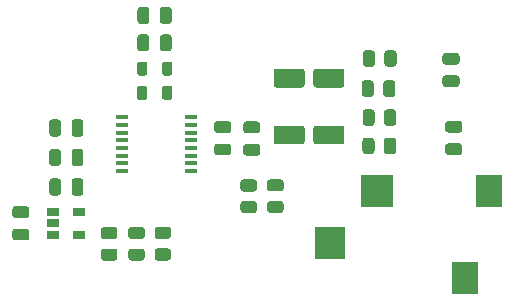
<source format=gbr>
%TF.GenerationSoftware,KiCad,Pcbnew,(5.1.10)-1*%
%TF.CreationDate,2021-10-14T20:44:39-03:00*%
%TF.ProjectId,I2S_DAC,4932535f-4441-4432-9e6b-696361645f70,rev?*%
%TF.SameCoordinates,Original*%
%TF.FileFunction,Paste,Top*%
%TF.FilePolarity,Positive*%
%FSLAX46Y46*%
G04 Gerber Fmt 4.6, Leading zero omitted, Abs format (unit mm)*
G04 Created by KiCad (PCBNEW (5.1.10)-1) date 2021-10-14 20:44:39*
%MOMM*%
%LPD*%
G01*
G04 APERTURE LIST*
%ADD10R,1.060000X0.650000*%
%ADD11R,1.000000X0.400000*%
%ADD12R,2.200000X2.800000*%
%ADD13R,2.600000X2.800000*%
%ADD14R,2.800000X2.800000*%
G04 APERTURE END LIST*
%TO.C,C1*%
G36*
G01*
X51325000Y-113400000D02*
X52275000Y-113400000D01*
G75*
G02*
X52525000Y-113650000I0J-250000D01*
G01*
X52525000Y-114150000D01*
G75*
G02*
X52275000Y-114400000I-250000J0D01*
G01*
X51325000Y-114400000D01*
G75*
G02*
X51075000Y-114150000I0J250000D01*
G01*
X51075000Y-113650000D01*
G75*
G02*
X51325000Y-113400000I250000J0D01*
G01*
G37*
G36*
G01*
X51325000Y-111500000D02*
X52275000Y-111500000D01*
G75*
G02*
X52525000Y-111750000I0J-250000D01*
G01*
X52525000Y-112250000D01*
G75*
G02*
X52275000Y-112500000I-250000J0D01*
G01*
X51325000Y-112500000D01*
G75*
G02*
X51075000Y-112250000I0J250000D01*
G01*
X51075000Y-111750000D01*
G75*
G02*
X51325000Y-111500000I250000J0D01*
G01*
G37*
%TD*%
%TO.C,C2*%
G36*
G01*
X55200000Y-109400000D02*
X55200000Y-110350000D01*
G75*
G02*
X54950000Y-110600000I-250000J0D01*
G01*
X54450000Y-110600000D01*
G75*
G02*
X54200000Y-110350000I0J250000D01*
G01*
X54200000Y-109400000D01*
G75*
G02*
X54450000Y-109150000I250000J0D01*
G01*
X54950000Y-109150000D01*
G75*
G02*
X55200000Y-109400000I0J-250000D01*
G01*
G37*
G36*
G01*
X57100000Y-109400000D02*
X57100000Y-110350000D01*
G75*
G02*
X56850000Y-110600000I-250000J0D01*
G01*
X56350000Y-110600000D01*
G75*
G02*
X56100000Y-110350000I0J250000D01*
G01*
X56100000Y-109400000D01*
G75*
G02*
X56350000Y-109150000I250000J0D01*
G01*
X56850000Y-109150000D01*
G75*
G02*
X57100000Y-109400000I0J-250000D01*
G01*
G37*
%TD*%
%TO.C,C3*%
G36*
G01*
X54200000Y-107850000D02*
X54200000Y-106900000D01*
G75*
G02*
X54450000Y-106650000I250000J0D01*
G01*
X54950000Y-106650000D01*
G75*
G02*
X55200000Y-106900000I0J-250000D01*
G01*
X55200000Y-107850000D01*
G75*
G02*
X54950000Y-108100000I-250000J0D01*
G01*
X54450000Y-108100000D01*
G75*
G02*
X54200000Y-107850000I0J250000D01*
G01*
G37*
G36*
G01*
X56100000Y-107850000D02*
X56100000Y-106900000D01*
G75*
G02*
X56350000Y-106650000I250000J0D01*
G01*
X56850000Y-106650000D01*
G75*
G02*
X57100000Y-106900000I0J-250000D01*
G01*
X57100000Y-107850000D01*
G75*
G02*
X56850000Y-108100000I-250000J0D01*
G01*
X56350000Y-108100000D01*
G75*
G02*
X56100000Y-107850000I0J250000D01*
G01*
G37*
%TD*%
%TO.C,C4*%
G36*
G01*
X55200000Y-104400000D02*
X55200000Y-105350000D01*
G75*
G02*
X54950000Y-105600000I-250000J0D01*
G01*
X54450000Y-105600000D01*
G75*
G02*
X54200000Y-105350000I0J250000D01*
G01*
X54200000Y-104400000D01*
G75*
G02*
X54450000Y-104150000I250000J0D01*
G01*
X54950000Y-104150000D01*
G75*
G02*
X55200000Y-104400000I0J-250000D01*
G01*
G37*
G36*
G01*
X57100000Y-104400000D02*
X57100000Y-105350000D01*
G75*
G02*
X56850000Y-105600000I-250000J0D01*
G01*
X56350000Y-105600000D01*
G75*
G02*
X56100000Y-105350000I0J250000D01*
G01*
X56100000Y-104400000D01*
G75*
G02*
X56350000Y-104150000I250000J0D01*
G01*
X56850000Y-104150000D01*
G75*
G02*
X57100000Y-104400000I0J-250000D01*
G01*
G37*
%TD*%
%TO.C,C5*%
G36*
G01*
X64575000Y-94875000D02*
X64575000Y-95825000D01*
G75*
G02*
X64325000Y-96075000I-250000J0D01*
G01*
X63825000Y-96075000D01*
G75*
G02*
X63575000Y-95825000I0J250000D01*
G01*
X63575000Y-94875000D01*
G75*
G02*
X63825000Y-94625000I250000J0D01*
G01*
X64325000Y-94625000D01*
G75*
G02*
X64575000Y-94875000I0J-250000D01*
G01*
G37*
G36*
G01*
X62675000Y-94875000D02*
X62675000Y-95825000D01*
G75*
G02*
X62425000Y-96075000I-250000J0D01*
G01*
X61925000Y-96075000D01*
G75*
G02*
X61675000Y-95825000I0J250000D01*
G01*
X61675000Y-94875000D01*
G75*
G02*
X61925000Y-94625000I250000J0D01*
G01*
X62425000Y-94625000D01*
G75*
G02*
X62675000Y-94875000I0J-250000D01*
G01*
G37*
%TD*%
%TO.C,C6*%
G36*
G01*
X62675000Y-97200000D02*
X62675000Y-98150000D01*
G75*
G02*
X62425000Y-98400000I-250000J0D01*
G01*
X61925000Y-98400000D01*
G75*
G02*
X61675000Y-98150000I0J250000D01*
G01*
X61675000Y-97200000D01*
G75*
G02*
X61925000Y-96950000I250000J0D01*
G01*
X62425000Y-96950000D01*
G75*
G02*
X62675000Y-97200000I0J-250000D01*
G01*
G37*
G36*
G01*
X64575000Y-97200000D02*
X64575000Y-98150000D01*
G75*
G02*
X64325000Y-98400000I-250000J0D01*
G01*
X63825000Y-98400000D01*
G75*
G02*
X63575000Y-98150000I0J250000D01*
G01*
X63575000Y-97200000D01*
G75*
G02*
X63825000Y-96950000I250000J0D01*
G01*
X64325000Y-96950000D01*
G75*
G02*
X64575000Y-97200000I0J-250000D01*
G01*
G37*
%TD*%
%TO.C,C7*%
G36*
G01*
X88700000Y-101425000D02*
X87750000Y-101425000D01*
G75*
G02*
X87500000Y-101175000I0J250000D01*
G01*
X87500000Y-100675000D01*
G75*
G02*
X87750000Y-100425000I250000J0D01*
G01*
X88700000Y-100425000D01*
G75*
G02*
X88950000Y-100675000I0J-250000D01*
G01*
X88950000Y-101175000D01*
G75*
G02*
X88700000Y-101425000I-250000J0D01*
G01*
G37*
G36*
G01*
X88700000Y-99525000D02*
X87750000Y-99525000D01*
G75*
G02*
X87500000Y-99275000I0J250000D01*
G01*
X87500000Y-98775000D01*
G75*
G02*
X87750000Y-98525000I250000J0D01*
G01*
X88700000Y-98525000D01*
G75*
G02*
X88950000Y-98775000I0J-250000D01*
G01*
X88950000Y-99275000D01*
G75*
G02*
X88700000Y-99525000I-250000J0D01*
G01*
G37*
%TD*%
%TO.C,C8*%
G36*
G01*
X88925000Y-107175000D02*
X87975000Y-107175000D01*
G75*
G02*
X87725000Y-106925000I0J250000D01*
G01*
X87725000Y-106425000D01*
G75*
G02*
X87975000Y-106175000I250000J0D01*
G01*
X88925000Y-106175000D01*
G75*
G02*
X89175000Y-106425000I0J-250000D01*
G01*
X89175000Y-106925000D01*
G75*
G02*
X88925000Y-107175000I-250000J0D01*
G01*
G37*
G36*
G01*
X88925000Y-105275000D02*
X87975000Y-105275000D01*
G75*
G02*
X87725000Y-105025000I0J250000D01*
G01*
X87725000Y-104525000D01*
G75*
G02*
X87975000Y-104275000I250000J0D01*
G01*
X88925000Y-104275000D01*
G75*
G02*
X89175000Y-104525000I0J-250000D01*
G01*
X89175000Y-105025000D01*
G75*
G02*
X88925000Y-105275000I-250000J0D01*
G01*
G37*
%TD*%
%TO.C,C9*%
G36*
G01*
X69375000Y-105300000D02*
X68425000Y-105300000D01*
G75*
G02*
X68175000Y-105050000I0J250000D01*
G01*
X68175000Y-104550000D01*
G75*
G02*
X68425000Y-104300000I250000J0D01*
G01*
X69375000Y-104300000D01*
G75*
G02*
X69625000Y-104550000I0J-250000D01*
G01*
X69625000Y-105050000D01*
G75*
G02*
X69375000Y-105300000I-250000J0D01*
G01*
G37*
G36*
G01*
X69375000Y-107200000D02*
X68425000Y-107200000D01*
G75*
G02*
X68175000Y-106950000I0J250000D01*
G01*
X68175000Y-106450000D01*
G75*
G02*
X68425000Y-106200000I250000J0D01*
G01*
X69375000Y-106200000D01*
G75*
G02*
X69625000Y-106450000I0J-250000D01*
G01*
X69625000Y-106950000D01*
G75*
G02*
X69375000Y-107200000I-250000J0D01*
G01*
G37*
%TD*%
%TO.C,C10*%
G36*
G01*
X76550000Y-106025400D02*
X76550000Y-104924600D01*
G75*
G02*
X76799600Y-104675000I249600J0D01*
G01*
X78950400Y-104675000D01*
G75*
G02*
X79200000Y-104924600I0J-249600D01*
G01*
X79200000Y-106025400D01*
G75*
G02*
X78950400Y-106275000I-249600J0D01*
G01*
X76799600Y-106275000D01*
G75*
G02*
X76550000Y-106025400I0J249600D01*
G01*
G37*
G36*
G01*
X73200000Y-106025000D02*
X73200000Y-104925000D01*
G75*
G02*
X73450000Y-104675000I250000J0D01*
G01*
X75600000Y-104675000D01*
G75*
G02*
X75850000Y-104925000I0J-250000D01*
G01*
X75850000Y-106025000D01*
G75*
G02*
X75600000Y-106275000I-250000J0D01*
G01*
X73450000Y-106275000D01*
G75*
G02*
X73200000Y-106025000I0J250000D01*
G01*
G37*
%TD*%
%TO.C,C11*%
G36*
G01*
X73200000Y-101200000D02*
X73200000Y-100100000D01*
G75*
G02*
X73450000Y-99850000I250000J0D01*
G01*
X75600000Y-99850000D01*
G75*
G02*
X75850000Y-100100000I0J-250000D01*
G01*
X75850000Y-101200000D01*
G75*
G02*
X75600000Y-101450000I-250000J0D01*
G01*
X73450000Y-101450000D01*
G75*
G02*
X73200000Y-101200000I0J250000D01*
G01*
G37*
G36*
G01*
X76550000Y-101200000D02*
X76550000Y-100100000D01*
G75*
G02*
X76800000Y-99850000I250000J0D01*
G01*
X78950000Y-99850000D01*
G75*
G02*
X79200000Y-100100000I0J-250000D01*
G01*
X79200000Y-101200000D01*
G75*
G02*
X78950000Y-101450000I-250000J0D01*
G01*
X76800000Y-101450000D01*
G75*
G02*
X76550000Y-101200000I0J250000D01*
G01*
G37*
%TD*%
%TO.C,C12*%
G36*
G01*
X71825000Y-107225000D02*
X70875000Y-107225000D01*
G75*
G02*
X70625000Y-106975000I0J250000D01*
G01*
X70625000Y-106475000D01*
G75*
G02*
X70875000Y-106225000I250000J0D01*
G01*
X71825000Y-106225000D01*
G75*
G02*
X72075000Y-106475000I0J-250000D01*
G01*
X72075000Y-106975000D01*
G75*
G02*
X71825000Y-107225000I-250000J0D01*
G01*
G37*
G36*
G01*
X71825000Y-105325000D02*
X70875000Y-105325000D01*
G75*
G02*
X70625000Y-105075000I0J250000D01*
G01*
X70625000Y-104575000D01*
G75*
G02*
X70875000Y-104325000I250000J0D01*
G01*
X71825000Y-104325000D01*
G75*
G02*
X72075000Y-104575000I0J-250000D01*
G01*
X72075000Y-105075000D01*
G75*
G02*
X71825000Y-105325000I-250000J0D01*
G01*
G37*
%TD*%
%TO.C,FB1*%
G36*
G01*
X64637500Y-99468750D02*
X64637500Y-100231250D01*
G75*
G02*
X64418750Y-100450000I-218750J0D01*
G01*
X63981250Y-100450000D01*
G75*
G02*
X63762500Y-100231250I0J218750D01*
G01*
X63762500Y-99468750D01*
G75*
G02*
X63981250Y-99250000I218750J0D01*
G01*
X64418750Y-99250000D01*
G75*
G02*
X64637500Y-99468750I0J-218750D01*
G01*
G37*
G36*
G01*
X62512500Y-99468750D02*
X62512500Y-100231250D01*
G75*
G02*
X62293750Y-100450000I-218750J0D01*
G01*
X61856250Y-100450000D01*
G75*
G02*
X61637500Y-100231250I0J218750D01*
G01*
X61637500Y-99468750D01*
G75*
G02*
X61856250Y-99250000I218750J0D01*
G01*
X62293750Y-99250000D01*
G75*
G02*
X62512500Y-99468750I0J-218750D01*
G01*
G37*
%TD*%
%TO.C,FB2*%
G36*
G01*
X62500000Y-101518750D02*
X62500000Y-102281250D01*
G75*
G02*
X62281250Y-102500000I-218750J0D01*
G01*
X61843750Y-102500000D01*
G75*
G02*
X61625000Y-102281250I0J218750D01*
G01*
X61625000Y-101518750D01*
G75*
G02*
X61843750Y-101300000I218750J0D01*
G01*
X62281250Y-101300000D01*
G75*
G02*
X62500000Y-101518750I0J-218750D01*
G01*
G37*
G36*
G01*
X64625000Y-101518750D02*
X64625000Y-102281250D01*
G75*
G02*
X64406250Y-102500000I-218750J0D01*
G01*
X63968750Y-102500000D01*
G75*
G02*
X63750000Y-102281250I0J218750D01*
G01*
X63750000Y-101518750D01*
G75*
G02*
X63968750Y-101300000I218750J0D01*
G01*
X64406250Y-101300000D01*
G75*
G02*
X64625000Y-101518750I0J-218750D01*
G01*
G37*
%TD*%
%TO.C,R1*%
G36*
G01*
X70650100Y-111062500D02*
X71549900Y-111062500D01*
G75*
G02*
X71800000Y-111312600I0J-250100D01*
G01*
X71800000Y-111837400D01*
G75*
G02*
X71549900Y-112087500I-250100J0D01*
G01*
X70650100Y-112087500D01*
G75*
G02*
X70400000Y-111837400I0J250100D01*
G01*
X70400000Y-111312600D01*
G75*
G02*
X70650100Y-111062500I250100J0D01*
G01*
G37*
G36*
G01*
X70650100Y-109237500D02*
X71549900Y-109237500D01*
G75*
G02*
X71800000Y-109487600I0J-250100D01*
G01*
X71800000Y-110012400D01*
G75*
G02*
X71549900Y-110262500I-250100J0D01*
G01*
X70650100Y-110262500D01*
G75*
G02*
X70400000Y-110012400I0J250100D01*
G01*
X70400000Y-109487600D01*
G75*
G02*
X70650100Y-109237500I250100J0D01*
G01*
G37*
%TD*%
%TO.C,R2*%
G36*
G01*
X58824999Y-113262500D02*
X59725001Y-113262500D01*
G75*
G02*
X59975000Y-113512499I0J-249999D01*
G01*
X59975000Y-114037501D01*
G75*
G02*
X59725001Y-114287500I-249999J0D01*
G01*
X58824999Y-114287500D01*
G75*
G02*
X58575000Y-114037501I0J249999D01*
G01*
X58575000Y-113512499D01*
G75*
G02*
X58824999Y-113262500I249999J0D01*
G01*
G37*
G36*
G01*
X58824999Y-115087500D02*
X59725001Y-115087500D01*
G75*
G02*
X59975000Y-115337499I0J-249999D01*
G01*
X59975000Y-115862501D01*
G75*
G02*
X59725001Y-116112500I-249999J0D01*
G01*
X58824999Y-116112500D01*
G75*
G02*
X58575000Y-115862501I0J249999D01*
G01*
X58575000Y-115337499D01*
G75*
G02*
X58824999Y-115087500I249999J0D01*
G01*
G37*
%TD*%
%TO.C,R4*%
G36*
G01*
X63374999Y-113250000D02*
X64275001Y-113250000D01*
G75*
G02*
X64525000Y-113499999I0J-249999D01*
G01*
X64525000Y-114025001D01*
G75*
G02*
X64275001Y-114275000I-249999J0D01*
G01*
X63374999Y-114275000D01*
G75*
G02*
X63125000Y-114025001I0J249999D01*
G01*
X63125000Y-113499999D01*
G75*
G02*
X63374999Y-113250000I249999J0D01*
G01*
G37*
G36*
G01*
X63374999Y-115075000D02*
X64275001Y-115075000D01*
G75*
G02*
X64525000Y-115324999I0J-249999D01*
G01*
X64525000Y-115850001D01*
G75*
G02*
X64275001Y-116100000I-249999J0D01*
G01*
X63374999Y-116100000D01*
G75*
G02*
X63125000Y-115850001I0J249999D01*
G01*
X63125000Y-115324999D01*
G75*
G02*
X63374999Y-115075000I249999J0D01*
G01*
G37*
%TD*%
%TO.C,R5*%
G36*
G01*
X72900100Y-109225000D02*
X73799900Y-109225000D01*
G75*
G02*
X74050000Y-109475100I0J-250100D01*
G01*
X74050000Y-109999900D01*
G75*
G02*
X73799900Y-110250000I-250100J0D01*
G01*
X72900100Y-110250000D01*
G75*
G02*
X72650000Y-109999900I0J250100D01*
G01*
X72650000Y-109475100D01*
G75*
G02*
X72900100Y-109225000I250100J0D01*
G01*
G37*
G36*
G01*
X72900100Y-111050000D02*
X73799900Y-111050000D01*
G75*
G02*
X74050000Y-111300100I0J-250100D01*
G01*
X74050000Y-111824900D01*
G75*
G02*
X73799900Y-112075000I-250100J0D01*
G01*
X72900100Y-112075000D01*
G75*
G02*
X72650000Y-111824900I0J250100D01*
G01*
X72650000Y-111300100D01*
G75*
G02*
X72900100Y-111050000I250100J0D01*
G01*
G37*
%TD*%
%TO.C,R6*%
G36*
G01*
X61149999Y-115087500D02*
X62050001Y-115087500D01*
G75*
G02*
X62300000Y-115337499I0J-249999D01*
G01*
X62300000Y-115862501D01*
G75*
G02*
X62050001Y-116112500I-249999J0D01*
G01*
X61149999Y-116112500D01*
G75*
G02*
X60900000Y-115862501I0J249999D01*
G01*
X60900000Y-115337499D01*
G75*
G02*
X61149999Y-115087500I249999J0D01*
G01*
G37*
G36*
G01*
X61149999Y-113262500D02*
X62050001Y-113262500D01*
G75*
G02*
X62300000Y-113512499I0J-249999D01*
G01*
X62300000Y-114037501D01*
G75*
G02*
X62050001Y-114287500I-249999J0D01*
G01*
X61149999Y-114287500D01*
G75*
G02*
X60900000Y-114037501I0J249999D01*
G01*
X60900000Y-113512499D01*
G75*
G02*
X61149999Y-113262500I249999J0D01*
G01*
G37*
%TD*%
%TO.C,R7*%
G36*
G01*
X81750000Y-105949999D02*
X81750000Y-106850001D01*
G75*
G02*
X81500001Y-107100000I-249999J0D01*
G01*
X80974999Y-107100000D01*
G75*
G02*
X80725000Y-106850001I0J249999D01*
G01*
X80725000Y-105949999D01*
G75*
G02*
X80974999Y-105700000I249999J0D01*
G01*
X81500001Y-105700000D01*
G75*
G02*
X81750000Y-105949999I0J-249999D01*
G01*
G37*
G36*
G01*
X83575000Y-105949999D02*
X83575000Y-106850001D01*
G75*
G02*
X83325001Y-107100000I-249999J0D01*
G01*
X82799999Y-107100000D01*
G75*
G02*
X82550000Y-106850001I0J249999D01*
G01*
X82550000Y-105949999D01*
G75*
G02*
X82799999Y-105700000I249999J0D01*
G01*
X83325001Y-105700000D01*
G75*
G02*
X83575000Y-105949999I0J-249999D01*
G01*
G37*
%TD*%
%TO.C,R8*%
G36*
G01*
X83587500Y-103549999D02*
X83587500Y-104450001D01*
G75*
G02*
X83337501Y-104700000I-249999J0D01*
G01*
X82812499Y-104700000D01*
G75*
G02*
X82562500Y-104450001I0J249999D01*
G01*
X82562500Y-103549999D01*
G75*
G02*
X82812499Y-103300000I249999J0D01*
G01*
X83337501Y-103300000D01*
G75*
G02*
X83587500Y-103549999I0J-249999D01*
G01*
G37*
G36*
G01*
X81762500Y-103549999D02*
X81762500Y-104450001D01*
G75*
G02*
X81512501Y-104700000I-249999J0D01*
G01*
X80987499Y-104700000D01*
G75*
G02*
X80737500Y-104450001I0J249999D01*
G01*
X80737500Y-103549999D01*
G75*
G02*
X80987499Y-103300000I249999J0D01*
G01*
X81512501Y-103300000D01*
G75*
G02*
X81762500Y-103549999I0J-249999D01*
G01*
G37*
%TD*%
%TO.C,R9*%
G36*
G01*
X83612500Y-98549999D02*
X83612500Y-99450001D01*
G75*
G02*
X83362501Y-99700000I-249999J0D01*
G01*
X82837499Y-99700000D01*
G75*
G02*
X82587500Y-99450001I0J249999D01*
G01*
X82587500Y-98549999D01*
G75*
G02*
X82837499Y-98300000I249999J0D01*
G01*
X83362501Y-98300000D01*
G75*
G02*
X83612500Y-98549999I0J-249999D01*
G01*
G37*
G36*
G01*
X81787500Y-98549999D02*
X81787500Y-99450001D01*
G75*
G02*
X81537501Y-99700000I-249999J0D01*
G01*
X81012499Y-99700000D01*
G75*
G02*
X80762500Y-99450001I0J249999D01*
G01*
X80762500Y-98549999D01*
G75*
G02*
X81012499Y-98300000I249999J0D01*
G01*
X81537501Y-98300000D01*
G75*
G02*
X81787500Y-98549999I0J-249999D01*
G01*
G37*
%TD*%
%TO.C,R10*%
G36*
G01*
X82487500Y-102000001D02*
X82487500Y-101099999D01*
G75*
G02*
X82737499Y-100850000I249999J0D01*
G01*
X83262501Y-100850000D01*
G75*
G02*
X83512500Y-101099999I0J-249999D01*
G01*
X83512500Y-102000001D01*
G75*
G02*
X83262501Y-102250000I-249999J0D01*
G01*
X82737499Y-102250000D01*
G75*
G02*
X82487500Y-102000001I0J249999D01*
G01*
G37*
G36*
G01*
X80662500Y-102000001D02*
X80662500Y-101099999D01*
G75*
G02*
X80912499Y-100850000I249999J0D01*
G01*
X81437501Y-100850000D01*
G75*
G02*
X81687500Y-101099999I0J-249999D01*
G01*
X81687500Y-102000001D01*
G75*
G02*
X81437501Y-102250000I-249999J0D01*
G01*
X80912499Y-102250000D01*
G75*
G02*
X80662500Y-102000001I0J249999D01*
G01*
G37*
%TD*%
D10*
%TO.C,U1*%
X54500000Y-112000000D03*
X54500000Y-112950000D03*
X54500000Y-113900000D03*
X56700000Y-113900000D03*
X56700000Y-112000000D03*
%TD*%
D11*
%TO.C,U2*%
X60375000Y-103975000D03*
X60375000Y-104625000D03*
X60375000Y-105275000D03*
X60375000Y-105925000D03*
X60375000Y-106575000D03*
X60375000Y-107225000D03*
X60375000Y-107875000D03*
X60375000Y-108525000D03*
X66175000Y-108525000D03*
X66175000Y-107875000D03*
X66175000Y-107225000D03*
X66175000Y-106575000D03*
X66175000Y-105925000D03*
X66175000Y-105275000D03*
X66175000Y-104625000D03*
X66175000Y-103975000D03*
%TD*%
D12*
%TO.C,J1*%
X89400000Y-117600000D03*
X91400000Y-110200000D03*
D13*
X78000000Y-114650000D03*
D14*
X82000000Y-110200000D03*
%TD*%
M02*

</source>
